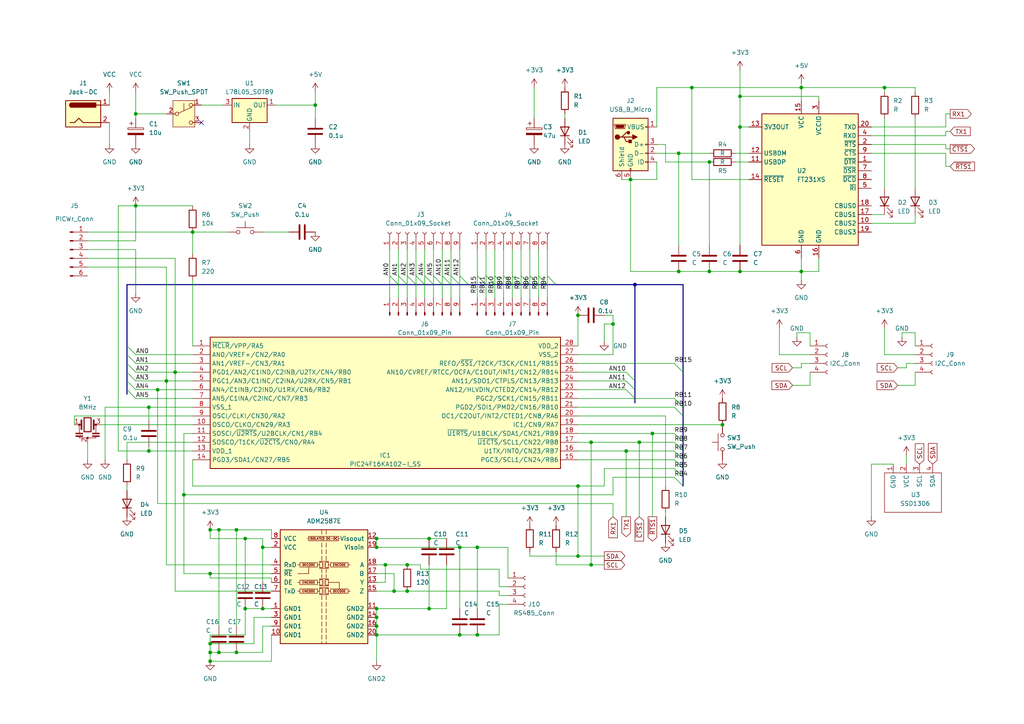
<source format=kicad_sch>
(kicad_sch (version 20230121) (generator eeschema)
  (paper "A4")
  (junction (at 109.22 156.21))
  (junction (at 60.96 166.37))
  (junction (at 214.63 27.94))
  (junction (at 111.76 163.83))
  (junction (at 214.63 78.74))
  (junction (at 48.26 110.49))
  (junction (at 76.2 176.53))
  (junction (at 205.74 78.74))
  (junction (at 55.88 67.31))
  (junction (at 185.42 128.27))
  (junction (at 205.74 46.99))
  (junction (at 232.41 25.4))
  (junction (at 76.2 158.75))
  (junction (at 189.23 125.73))
  (junction (at 71.12 156.21))
  (junction (at 256.54 25.4))
  (junction (at 196.85 78.74))
  (junction (at 209.55 123.19))
  (junction (at 133.35 158.75))
  (junction (at 171.45 128.27))
  (junction (at 124.46 156.21))
  (junction (at 167.64 161.29))
  (junction (at 138.43 184.15))
  (junction (at 71.12 176.53))
  (junction (at 181.61 130.81))
  (junction (at 68.58 153.67))
  (junction (at 68.58 189.23))
  (junction (at 60.96 189.23))
  (junction (at 214.63 36.83))
  (junction (at 182.88 52.07))
  (junction (at 43.18 130.81))
  (junction (at 45.72 113.03))
  (junction (at 63.5 189.23))
  (junction (at 171.45 163.83))
  (junction (at 114.3 171.45))
  (junction (at 60.96 191.77))
  (junction (at 109.22 184.15))
  (junction (at 39.37 59.69))
  (junction (at 50.8 107.95))
  (junction (at 196.85 44.45))
  (junction (at 232.41 78.74))
  (junction (at 133.35 184.15))
  (junction (at 184.15 82.55))
  (junction (at 109.22 176.53))
  (junction (at 177.8 93.98))
  (junction (at 91.44 30.48))
  (junction (at 118.11 171.45))
  (junction (at 167.64 140.97))
  (junction (at 39.37 33.02))
  (junction (at 60.96 153.67))
  (junction (at 60.96 186.69))
  (junction (at 124.46 176.53))
  (junction (at 118.11 163.83))
  (junction (at 109.22 158.75))
  (junction (at 138.43 158.75))
  (junction (at 53.34 143.51))
  (junction (at 63.5 153.67))
  (junction (at 109.22 179.07))
  (junction (at 43.18 118.11))
  (junction (at 200.66 25.4))
  (junction (at 167.64 91.44))
  (junction (at 109.22 181.61))
  (no_connect (at 58.42 35.56))
  (bus_entry (at 195.58 115.57) (size 2.54 2.54))
  (bus_entry (at 123.19 80.01) (size 2.54 2.54))
  (bus_entry (at 118.11 80.01) (size 2.54 2.54))
  (bus_entry (at 158.75 80.01) (size 2.54 2.54))
  (bus_entry (at 181.61 110.49) (size 2.54 2.54))
  (bus_entry (at 195.58 128.27) (size 2.54 2.54))
  (bus_entry (at 140.97 80.01) (size 2.54 2.54))
  (bus_entry (at 151.13 80.01) (size 2.54 2.54))
  (bus_entry (at 181.61 113.03) (size 2.54 2.54))
  (bus_entry (at 113.03 80.01) (size 2.54 2.54))
  (bus_entry (at 148.59 80.01) (size 2.54 2.54))
  (bus_entry (at 146.05 80.01) (size 2.54 2.54))
  (bus_entry (at 133.35 80.01) (size 2.54 2.54))
  (bus_entry (at 195.58 133.35) (size 2.54 2.54))
  (bus_entry (at 156.21 80.01) (size 2.54 2.54))
  (bus_entry (at 125.73 80.01) (size 2.54 2.54))
  (bus_entry (at 36.83 113.03) (size 2.54 2.54))
  (bus_entry (at 138.43 80.01) (size 2.54 2.54))
  (bus_entry (at 195.58 125.73) (size 2.54 2.54))
  (bus_entry (at 128.27 80.01) (size 2.54 2.54))
  (bus_entry (at 195.58 130.81) (size 2.54 2.54))
  (bus_entry (at 195.58 118.11) (size 2.54 2.54))
  (bus_entry (at 36.83 110.49) (size 2.54 2.54))
  (bus_entry (at 36.83 105.41) (size 2.54 2.54))
  (bus_entry (at 195.58 138.43) (size 2.54 2.54))
  (bus_entry (at 120.65 80.01) (size 2.54 2.54))
  (bus_entry (at 181.61 107.95) (size 2.54 2.54))
  (bus_entry (at 130.81 80.01) (size 2.54 2.54))
  (bus_entry (at 36.83 100.33) (size 2.54 2.54))
  (bus_entry (at 153.67 80.01) (size 2.54 2.54))
  (bus_entry (at 115.57 80.01) (size 2.54 2.54))
  (bus_entry (at 143.51 80.01) (size 2.54 2.54))
  (bus_entry (at 36.83 102.87) (size 2.54 2.54))
  (bus_entry (at 36.83 107.95) (size 2.54 2.54))
  (bus_entry (at 195.58 135.89) (size 2.54 2.54))
  (bus_entry (at 195.58 105.41) (size 2.54 2.54))
  (wire (pts (xy 76.2 158.75) (xy 76.2 168.91)))
  (bus (pts (xy 198.12 120.65) (xy 198.12 128.27)))
  (wire (pts (xy 109.22 163.83) (xy 111.76 163.83)))
  (bus (pts (xy 36.83 114.3) (xy 36.83 113.03)))
  (wire (pts (xy 144.78 175.26) (xy 147.32 175.26)))
  (wire (pts (xy 265.43 25.4) (xy 265.43 26.67)))
  (wire (pts (xy 175.26 135.89) (xy 195.58 135.89)))
  (wire (pts (xy 123.19 82.55) (xy 123.19 86.36)))
  (wire (pts (xy 167.64 125.73) (xy 189.23 125.73)))
  (wire (pts (xy 68.58 189.23) (xy 76.2 189.23)))
  (bus (pts (xy 184.15 115.57) (xy 184.15 116.84)))
  (bus (pts (xy 184.15 82.55) (xy 184.15 110.49)))
  (wire (pts (xy 111.76 168.91) (xy 109.22 168.91)))
  (wire (pts (xy 36.83 142.24) (xy 36.83 140.97)))
  (bus (pts (xy 151.13 82.55) (xy 153.67 82.55)))
  (wire (pts (xy 213.36 46.99) (xy 217.17 46.99)))
  (wire (pts (xy 53.34 143.51) (xy 177.8 143.51)))
  (bus (pts (xy 184.15 110.49) (xy 184.15 113.03)))
  (wire (pts (xy 196.85 44.45) (xy 205.74 44.45)))
  (wire (pts (xy 167.64 128.27) (xy 171.45 128.27)))
  (bus (pts (xy 161.29 82.55) (xy 184.15 82.55)))
  (wire (pts (xy 109.22 166.37) (xy 114.3 166.37)))
  (bus (pts (xy 198.12 138.43) (xy 198.12 140.97)))
  (wire (pts (xy 167.64 120.65) (xy 193.04 120.65)))
  (wire (pts (xy 261.62 96.52) (xy 261.62 97.79)))
  (wire (pts (xy 109.22 179.07) (xy 109.22 181.61)))
  (wire (pts (xy 144.78 184.15) (xy 144.78 175.26)))
  (wire (pts (xy 167.64 140.97) (xy 167.64 161.29)))
  (wire (pts (xy 129.54 163.83) (xy 129.54 176.53)))
  (wire (pts (xy 265.43 96.52) (xy 265.43 100.33)))
  (bus (pts (xy 130.81 82.55) (xy 133.35 82.55)))
  (wire (pts (xy 144.78 170.18) (xy 147.32 170.18)))
  (wire (pts (xy 55.88 81.28) (xy 55.88 100.33)))
  (wire (pts (xy 124.46 176.53) (xy 129.54 176.53)))
  (wire (pts (xy 265.43 34.29) (xy 265.43 54.61)))
  (wire (pts (xy 196.85 44.45) (xy 196.85 71.12)))
  (wire (pts (xy 274.32 36.83) (xy 252.73 36.83)))
  (wire (pts (xy 193.04 120.65) (xy 193.04 140.97)))
  (wire (pts (xy 71.12 176.53) (xy 76.2 176.53)))
  (wire (pts (xy 274.32 43.18) (xy 275.59 43.18)))
  (wire (pts (xy 133.35 158.75) (xy 138.43 158.75)))
  (wire (pts (xy 163.83 34.29) (xy 163.83 33.02)))
  (wire (pts (xy 140.97 82.55) (xy 140.97 86.36)))
  (wire (pts (xy 36.83 128.27) (xy 36.83 133.35)))
  (wire (pts (xy 133.35 80.01) (xy 133.35 82.55)))
  (wire (pts (xy 76.2 176.53) (xy 78.74 176.53)))
  (wire (pts (xy 151.13 82.55) (xy 151.13 86.36)))
  (wire (pts (xy 39.37 72.39) (xy 25.4 72.39)))
  (wire (pts (xy 171.45 128.27) (xy 171.45 163.83)))
  (wire (pts (xy 156.21 82.55) (xy 156.21 86.36)))
  (wire (pts (xy 153.67 82.55) (xy 153.67 86.36)))
  (wire (pts (xy 153.67 160.02) (xy 153.67 161.29)))
  (wire (pts (xy 177.8 91.44) (xy 177.8 93.98)))
  (wire (pts (xy 138.43 80.01) (xy 138.43 86.36)))
  (wire (pts (xy 189.23 125.73) (xy 195.58 125.73)))
  (wire (pts (xy 167.64 110.49) (xy 181.61 110.49)))
  (wire (pts (xy 91.44 30.48) (xy 91.44 34.29)))
  (wire (pts (xy 124.46 163.83) (xy 124.46 176.53)))
  (wire (pts (xy 68.58 153.67) (xy 68.58 181.61)))
  (wire (pts (xy 147.32 158.75) (xy 147.32 167.64)))
  (wire (pts (xy 30.48 133.35) (xy 30.48 118.11)))
  (wire (pts (xy 237.49 74.93) (xy 237.49 78.74)))
  (wire (pts (xy 146.05 82.55) (xy 146.05 86.36)))
  (wire (pts (xy 130.81 72.39) (xy 130.81 80.01)))
  (wire (pts (xy 214.63 27.94) (xy 237.49 27.94)))
  (wire (pts (xy 262.89 106.68) (xy 262.89 105.41)))
  (wire (pts (xy 232.41 24.13) (xy 232.41 25.4)))
  (wire (pts (xy 39.37 85.09) (xy 39.37 72.39)))
  (wire (pts (xy 190.5 36.83) (xy 190.5 25.4)))
  (wire (pts (xy 193.04 46.99) (xy 205.74 46.99)))
  (wire (pts (xy 118.11 72.39) (xy 118.11 80.01)))
  (wire (pts (xy 121.92 165.1) (xy 144.78 165.1)))
  (wire (pts (xy 130.81 80.01) (xy 130.81 82.55)))
  (wire (pts (xy 262.89 105.41) (xy 265.43 105.41)))
  (wire (pts (xy 177.8 138.43) (xy 195.58 138.43)))
  (wire (pts (xy 274.32 33.02) (xy 274.32 36.83)))
  (wire (pts (xy 60.96 167.64) (xy 78.74 167.64)))
  (wire (pts (xy 48.26 110.49) (xy 55.88 110.49)))
  (wire (pts (xy 120.65 82.55) (xy 120.65 86.36)))
  (wire (pts (xy 43.18 121.92) (xy 43.18 118.11)))
  (wire (pts (xy 43.18 130.81) (xy 55.88 130.81)))
  (wire (pts (xy 274.32 48.26) (xy 274.32 44.45)))
  (wire (pts (xy 118.11 171.45) (xy 144.78 171.45)))
  (wire (pts (xy 114.3 171.45) (xy 118.11 171.45)))
  (wire (pts (xy 190.5 25.4) (xy 200.66 25.4)))
  (wire (pts (xy 113.03 72.39) (xy 113.03 80.01)))
  (wire (pts (xy 78.74 171.45) (xy 50.8 171.45)))
  (wire (pts (xy 167.64 113.03) (xy 181.61 113.03)))
  (wire (pts (xy 158.75 82.55) (xy 158.75 86.36)))
  (wire (pts (xy 252.73 64.77) (xy 265.43 64.77)))
  (wire (pts (xy 76.2 67.31) (xy 83.82 67.31)))
  (wire (pts (xy 39.37 110.49) (xy 48.26 110.49)))
  (wire (pts (xy 115.57 80.01) (xy 115.57 82.55)))
  (wire (pts (xy 109.22 181.61) (xy 109.22 184.15)))
  (wire (pts (xy 185.42 128.27) (xy 185.42 149.86)))
  (wire (pts (xy 109.22 158.75) (xy 133.35 158.75)))
  (wire (pts (xy 21.59 120.65) (xy 21.59 123.19)))
  (wire (pts (xy 55.88 120.65) (xy 21.59 120.65)))
  (wire (pts (xy 60.96 186.69) (xy 60.96 189.23)))
  (wire (pts (xy 167.64 115.57) (xy 184.15 115.57)))
  (wire (pts (xy 76.2 156.21) (xy 71.12 156.21)))
  (bus (pts (xy 123.19 82.55) (xy 125.73 82.55)))
  (wire (pts (xy 214.63 36.83) (xy 217.17 36.83)))
  (wire (pts (xy 274.32 38.1) (xy 275.59 38.1)))
  (wire (pts (xy 123.19 72.39) (xy 123.19 80.01)))
  (bus (pts (xy 120.65 82.55) (xy 123.19 82.55)))
  (wire (pts (xy 214.63 78.74) (xy 232.41 78.74)))
  (wire (pts (xy 78.74 167.64) (xy 78.74 168.91)))
  (bus (pts (xy 140.97 82.55) (xy 143.51 82.55)))
  (wire (pts (xy 274.32 44.45) (xy 252.73 44.45)))
  (bus (pts (xy 36.83 100.33) (xy 36.83 82.55)))
  (wire (pts (xy 109.22 176.53) (xy 124.46 176.53)))
  (wire (pts (xy 39.37 26.67) (xy 39.37 33.02)))
  (bus (pts (xy 148.59 82.55) (xy 151.13 82.55)))
  (wire (pts (xy 148.59 82.55) (xy 148.59 86.36)))
  (wire (pts (xy 260.35 111.76) (xy 265.43 111.76)))
  (bus (pts (xy 198.12 82.55) (xy 198.12 107.95)))
  (wire (pts (xy 34.29 59.69) (xy 34.29 130.81)))
  (wire (pts (xy 143.51 82.55) (xy 143.51 86.36)))
  (bus (pts (xy 36.83 82.55) (xy 115.57 82.55)))
  (wire (pts (xy 109.22 191.77) (xy 109.22 184.15)))
  (bus (pts (xy 36.83 107.95) (xy 36.83 105.41)))
  (wire (pts (xy 232.41 105.41) (xy 234.95 105.41)))
  (wire (pts (xy 109.22 171.45) (xy 114.3 171.45)))
  (wire (pts (xy 50.8 107.95) (xy 50.8 74.93)))
  (wire (pts (xy 39.37 33.02) (xy 39.37 34.29)))
  (wire (pts (xy 43.18 118.11) (xy 55.88 118.11)))
  (wire (pts (xy 39.37 59.69) (xy 55.88 59.69)))
  (wire (pts (xy 39.37 113.03) (xy 45.72 113.03)))
  (wire (pts (xy 256.54 102.87) (xy 265.43 102.87)))
  (wire (pts (xy 274.32 38.1) (xy 274.32 39.37)))
  (wire (pts (xy 111.76 163.83) (xy 111.76 168.91)))
  (wire (pts (xy 45.72 113.03) (xy 55.88 113.03)))
  (wire (pts (xy 60.96 153.67) (xy 60.96 156.21)))
  (wire (pts (xy 161.29 163.83) (xy 171.45 163.83)))
  (bus (pts (xy 146.05 82.55) (xy 148.59 82.55)))
  (wire (pts (xy 143.51 80.01) (xy 143.51 82.55)))
  (wire (pts (xy 177.8 146.05) (xy 177.8 149.86)))
  (wire (pts (xy 148.59 80.01) (xy 148.59 82.55)))
  (wire (pts (xy 39.37 115.57) (xy 55.88 115.57)))
  (wire (pts (xy 55.88 140.97) (xy 167.64 140.97)))
  (wire (pts (xy 55.88 128.27) (xy 36.83 128.27)))
  (wire (pts (xy 261.62 96.52) (xy 265.43 96.52)))
  (wire (pts (xy 196.85 78.74) (xy 205.74 78.74)))
  (wire (pts (xy 232.41 106.68) (xy 232.41 105.41)))
  (wire (pts (xy 55.88 67.31) (xy 66.04 67.31)))
  (wire (pts (xy 153.67 72.39) (xy 153.67 80.01)))
  (wire (pts (xy 185.42 128.27) (xy 195.58 128.27)))
  (wire (pts (xy 58.42 30.48) (xy 64.77 30.48)))
  (wire (pts (xy 39.37 107.95) (xy 50.8 107.95)))
  (wire (pts (xy 53.34 166.37) (xy 60.96 166.37)))
  (wire (pts (xy 109.22 176.53) (xy 109.22 179.07)))
  (wire (pts (xy 118.11 82.55) (xy 118.11 86.36)))
  (wire (pts (xy 115.57 82.55) (xy 115.57 86.36)))
  (wire (pts (xy 182.88 52.07) (xy 182.88 78.74)))
  (bus (pts (xy 36.83 102.87) (xy 36.83 100.33)))
  (wire (pts (xy 63.5 153.67) (xy 68.58 153.67)))
  (wire (pts (xy 76.2 156.21) (xy 76.2 158.75)))
  (wire (pts (xy 262.89 106.68) (xy 260.35 106.68)))
  (wire (pts (xy 50.8 74.93) (xy 25.4 74.93)))
  (wire (pts (xy 121.92 163.83) (xy 121.92 165.1)))
  (bus (pts (xy 158.75 82.55) (xy 161.29 82.55)))
  (wire (pts (xy 214.63 20.32) (xy 214.63 27.94)))
  (wire (pts (xy 167.64 140.97) (xy 175.26 140.97)))
  (bus (pts (xy 198.12 128.27) (xy 198.12 130.81)))
  (wire (pts (xy 144.78 165.1) (xy 144.78 170.18)))
  (wire (pts (xy 143.51 72.39) (xy 143.51 80.01)))
  (wire (pts (xy 133.35 158.75) (xy 133.35 176.53)))
  (wire (pts (xy 71.12 156.21) (xy 60.96 156.21)))
  (bus (pts (xy 128.27 82.55) (xy 130.81 82.55)))
  (wire (pts (xy 231.14 96.52) (xy 231.14 97.79)))
  (wire (pts (xy 68.58 153.67) (xy 78.74 153.67)))
  (wire (pts (xy 39.37 59.69) (xy 39.37 69.85)))
  (wire (pts (xy 73.66 186.69) (xy 73.66 179.07)))
  (wire (pts (xy 128.27 80.01) (xy 128.27 82.55)))
  (wire (pts (xy 120.65 72.39) (xy 120.65 80.01)))
  (wire (pts (xy 167.64 123.19) (xy 209.55 123.19)))
  (wire (pts (xy 262.89 132.08) (xy 262.89 134.62)))
  (wire (pts (xy 39.37 69.85) (xy 25.4 69.85)))
  (wire (pts (xy 234.95 96.52) (xy 234.95 100.33)))
  (wire (pts (xy 274.32 33.02) (xy 275.59 33.02)))
  (wire (pts (xy 29.21 123.19) (xy 55.88 123.19)))
  (wire (pts (xy 177.8 93.98) (xy 177.8 102.87)))
  (wire (pts (xy 200.66 52.07) (xy 217.17 52.07)))
  (wire (pts (xy 60.96 189.23) (xy 63.5 189.23)))
  (wire (pts (xy 140.97 72.39) (xy 140.97 80.01)))
  (wire (pts (xy 125.73 80.01) (xy 125.73 82.55)))
  (wire (pts (xy 60.96 167.64) (xy 60.96 166.37)))
  (wire (pts (xy 45.72 146.05) (xy 177.8 146.05)))
  (bus (pts (xy 198.12 107.95) (xy 198.12 118.11)))
  (wire (pts (xy 39.37 33.02) (xy 48.26 33.02)))
  (bus (pts (xy 198.12 130.81) (xy 198.12 133.35)))
  (wire (pts (xy 43.18 129.54) (xy 43.18 130.81)))
  (bus (pts (xy 125.73 82.55) (xy 128.27 82.55)))
  (wire (pts (xy 78.74 163.83) (xy 48.26 163.83)))
  (wire (pts (xy 205.74 78.74) (xy 214.63 78.74)))
  (bus (pts (xy 156.21 82.55) (xy 158.75 82.55)))
  (wire (pts (xy 146.05 72.39) (xy 146.05 80.01)))
  (bus (pts (xy 36.83 113.03) (xy 36.83 110.49)))
  (wire (pts (xy 265.43 111.76) (xy 265.43 107.95)))
  (wire (pts (xy 39.37 105.41) (xy 55.88 105.41)))
  (wire (pts (xy 115.57 72.39) (xy 115.57 80.01)))
  (wire (pts (xy 237.49 29.21) (xy 237.49 27.94)))
  (wire (pts (xy 60.96 184.15) (xy 71.12 184.15)))
  (wire (pts (xy 34.29 59.69) (xy 39.37 59.69)))
  (wire (pts (xy 73.66 179.07) (xy 78.74 179.07)))
  (wire (pts (xy 138.43 158.75) (xy 147.32 158.75)))
  (wire (pts (xy 71.12 156.21) (xy 71.12 168.91)))
  (wire (pts (xy 146.05 80.01) (xy 146.05 82.55)))
  (wire (pts (xy 232.41 78.74) (xy 237.49 78.74)))
  (wire (pts (xy 189.23 125.73) (xy 189.23 149.86)))
  (wire (pts (xy 177.8 91.44) (xy 175.26 91.44)))
  (wire (pts (xy 55.88 125.73) (xy 53.34 125.73)))
  (wire (pts (xy 118.11 80.01) (xy 118.11 82.55)))
  (wire (pts (xy 161.29 160.02) (xy 161.29 163.83)))
  (wire (pts (xy 175.26 99.06) (xy 175.26 93.98)))
  (wire (pts (xy 25.4 67.31) (xy 55.88 67.31)))
  (wire (pts (xy 53.34 125.73) (xy 53.34 143.51)))
  (wire (pts (xy 76.2 181.61) (xy 78.74 181.61)))
  (wire (pts (xy 274.32 48.26) (xy 275.59 48.26)))
  (wire (pts (xy 50.8 107.95) (xy 55.88 107.95)))
  (wire (pts (xy 133.35 82.55) (xy 133.35 86.36)))
  (wire (pts (xy 118.11 163.83) (xy 121.92 163.83)))
  (wire (pts (xy 167.64 118.11) (xy 195.58 118.11)))
  (wire (pts (xy 25.4 133.35) (xy 25.4 128.27)))
  (bus (pts (xy 153.67 82.55) (xy 156.21 82.55)))
  (wire (pts (xy 153.67 80.01) (xy 153.67 82.55)))
  (wire (pts (xy 55.88 67.31) (xy 55.88 73.66)))
  (wire (pts (xy 232.41 25.4) (xy 232.41 29.21)))
  (wire (pts (xy 171.45 163.83) (xy 175.26 163.83)))
  (wire (pts (xy 72.39 41.91) (xy 72.39 38.1)))
  (bus (pts (xy 184.15 113.03) (xy 184.15 115.57)))
  (wire (pts (xy 265.43 64.77) (xy 265.43 62.23)))
  (wire (pts (xy 175.26 93.98) (xy 177.8 93.98)))
  (wire (pts (xy 274.32 41.91) (xy 252.73 41.91)))
  (wire (pts (xy 167.64 107.95) (xy 181.61 107.95)))
  (wire (pts (xy 158.75 72.39) (xy 158.75 80.01)))
  (wire (pts (xy 167.64 105.41) (xy 195.58 105.41)))
  (wire (pts (xy 63.5 181.61) (xy 63.5 153.67)))
  (wire (pts (xy 193.04 41.91) (xy 193.04 46.99)))
  (wire (pts (xy 232.41 74.93) (xy 232.41 78.74)))
  (wire (pts (xy 256.54 25.4) (xy 256.54 26.67)))
  (wire (pts (xy 171.45 128.27) (xy 185.42 128.27)))
  (wire (pts (xy 184.15 115.57) (xy 195.58 115.57)))
  (wire (pts (xy 151.13 80.01) (xy 151.13 82.55)))
  (wire (pts (xy 76.2 189.23) (xy 76.2 181.61)))
  (wire (pts (xy 190.5 41.91) (xy 193.04 41.91)))
  (bus (pts (xy 198.12 133.35) (xy 198.12 135.89)))
  (wire (pts (xy 167.64 91.44) (xy 167.64 100.33)))
  (bus (pts (xy 36.83 110.49) (xy 36.83 107.95)))
  (wire (pts (xy 124.46 156.21) (xy 129.54 156.21)))
  (wire (pts (xy 133.35 72.39) (xy 133.35 80.01)))
  (wire (pts (xy 60.96 184.15) (xy 60.96 186.69)))
  (bus (pts (xy 198.12 118.11) (xy 198.12 120.65)))
  (wire (pts (xy 167.64 130.81) (xy 181.61 130.81)))
  (wire (pts (xy 140.97 80.01) (xy 140.97 82.55)))
  (wire (pts (xy 153.67 161.29) (xy 167.64 161.29)))
  (wire (pts (xy 78.74 191.77) (xy 78.74 184.15)))
  (bus (pts (xy 143.51 82.55) (xy 146.05 82.55)))
  (wire (pts (xy 53.34 143.51) (xy 53.34 166.37)))
  (bus (pts (xy 135.89 82.55) (xy 140.97 82.55)))
  (wire (pts (xy 31.75 35.56) (xy 31.75 41.91)))
  (wire (pts (xy 177.8 143.51) (xy 177.8 138.43)))
  (wire (pts (xy 167.64 161.29) (xy 175.26 161.29)))
  (wire (pts (xy 144.78 172.72) (xy 147.32 172.72)))
  (wire (pts (xy 60.96 189.23) (xy 60.96 191.77)))
  (wire (pts (xy 109.22 156.21) (xy 109.22 158.75)))
  (wire (pts (xy 48.26 77.47) (xy 48.26 110.49)))
  (wire (pts (xy 193.04 149.86) (xy 193.04 148.59)))
  (wire (pts (xy 111.76 163.83) (xy 118.11 163.83)))
  (wire (pts (xy 25.4 77.47) (xy 48.26 77.47)))
  (wire (pts (xy 71.12 184.15) (xy 71.12 176.53)))
  (wire (pts (xy 232.41 25.4) (xy 256.54 25.4)))
  (wire (pts (xy 113.03 80.01) (xy 113.03 86.36)))
  (wire (pts (xy 213.36 44.45) (xy 217.17 44.45)))
  (wire (pts (xy 214.63 36.83) (xy 214.63 71.12)))
  (wire (pts (xy 156.21 80.01) (xy 156.21 82.55)))
  (wire (pts (xy 125.73 82.55) (xy 125.73 86.36)))
  (wire (pts (xy 154.94 25.4) (xy 154.94 34.29)))
  (wire (pts (xy 156.21 72.39) (xy 156.21 80.01)))
  (wire (pts (xy 60.96 153.67) (xy 63.5 153.67)))
  (bus (pts (xy 118.11 82.55) (xy 120.65 82.55)))
  (wire (pts (xy 144.78 171.45) (xy 144.78 172.72)))
  (wire (pts (xy 148.59 72.39) (xy 148.59 80.01)))
  (wire (pts (xy 120.65 80.01) (xy 120.65 82.55)))
  (wire (pts (xy 167.64 102.87) (xy 177.8 102.87)))
  (wire (pts (xy 190.5 52.07) (xy 182.88 52.07)))
  (bus (pts (xy 115.57 82.55) (xy 118.11 82.55)))
  (wire (pts (xy 274.32 39.37) (xy 252.73 39.37)))
  (wire (pts (xy 45.72 113.03) (xy 45.72 146.05)))
  (wire (pts (xy 123.19 80.01) (xy 123.19 82.55)))
  (wire (pts (xy 256.54 95.25) (xy 256.54 102.87)))
  (wire (pts (xy 60.96 191.77) (xy 78.74 191.77)))
  (bus (pts (xy 133.35 82.55) (xy 135.89 82.55)))
  (wire (pts (xy 138.43 158.75) (xy 138.43 176.53)))
  (wire (pts (xy 39.37 102.87) (xy 55.88 102.87)))
  (wire (pts (xy 128.27 82.55) (xy 128.27 86.36)))
  (wire (pts (xy 63.5 189.23) (xy 68.58 189.23)))
  (wire (pts (xy 252.73 62.23) (xy 256.54 62.23)))
  (wire (pts (xy 109.22 156.21) (xy 124.46 156.21)))
  (wire (pts (xy 205.74 46.99) (xy 205.74 71.12)))
  (bus (pts (xy 198.12 82.55) (xy 184.15 82.55)))
  (wire (pts (xy 130.81 82.55) (xy 130.81 86.36)))
  (wire (pts (xy 231.14 96.52) (xy 234.95 96.52)))
  (wire (pts (xy 232.41 78.74) (xy 232.41 81.28)))
  (wire (pts (xy 274.32 43.18) (xy 274.32 41.91)))
  (wire (pts (xy 138.43 72.39) (xy 138.43 80.01)))
  (wire (pts (xy 190.5 46.99) (xy 190.5 52.07)))
  (wire (pts (xy 226.06 95.25) (xy 226.06 102.87)))
  (wire (pts (xy 151.13 72.39) (xy 151.13 80.01)))
  (wire (pts (xy 180.34 52.07) (xy 182.88 52.07)))
  (wire (pts (xy 252.73 134.62) (xy 259.08 134.62)))
  (wire (pts (xy 60.96 186.69) (xy 73.66 186.69)))
  (wire (pts (xy 91.44 26.67) (xy 91.44 30.48)))
  (wire (pts (xy 80.01 30.48) (xy 91.44 30.48)))
  (wire (pts (xy 34.29 130.81) (xy 43.18 130.81)))
  (wire (pts (xy 158.75 80.01) (xy 158.75 82.55)))
  (wire (pts (xy 31.75 26.67) (xy 31.75 30.48)))
  (bus (pts (xy 198.12 135.89) (xy 198.12 138.43)))
  (wire (pts (xy 181.61 130.81) (xy 181.61 149.86)))
  (wire (pts (xy 200.66 25.4) (xy 200.66 52.07)))
  (wire (pts (xy 256.54 34.29) (xy 256.54 54.61)))
  (wire (pts (xy 128.27 72.39) (xy 128.27 80.01)))
  (wire (pts (xy 181.61 130.81) (xy 195.58 130.81)))
  (wire (pts (xy 109.22 184.15) (xy 133.35 184.15)))
  (wire (pts (xy 30.48 118.11) (xy 43.18 118.11)))
  (wire (pts (xy 214.63 27.94) (xy 214.63 36.83)))
  (bus (pts (xy 36.83 105.41) (xy 36.83 102.87)))
  (wire (pts (xy 125.73 72.39) (xy 125.73 80.01)))
  (wire (pts (xy 50.8 171.45) (xy 50.8 107.95)))
  (wire (pts (xy 76.2 158.75) (xy 78.74 158.75)))
  (wire (pts (xy 60.96 166.37) (xy 78.74 166.37)))
  (wire (pts (xy 78.74 153.67) (xy 78.74 156.21)))
  (wire (pts (xy 138.43 184.15) (xy 144.78 184.15)))
  (wire (pts (xy 190.5 44.45) (xy 196.85 44.45)))
  (wire (pts (xy 232.41 106.68) (xy 229.87 106.68)))
  (wire (pts (xy 48.26 163.83) (xy 48.26 110.49)))
  (wire (pts (xy 200.66 25.4) (xy 232.41 25.4)))
  (wire (pts (xy 167.64 133.35) (xy 195.58 133.35)))
  (wire (pts (xy 229.87 111.76) (xy 234.95 111.76)))
  (wire (pts (xy 55.88 140.97) (xy 55.88 133.35)))
  (wire (pts (xy 175.26 140.97) (xy 175.26 135.89)))
  (wire (pts (xy 252.73 149.86) (xy 252.73 134.62)))
  (wire (pts (xy 256.54 25.4) (xy 265.43 25.4)))
  (wire (pts (xy 114.3 166.37) (xy 114.3 171.45)))
  (wire (pts (xy 133.35 184.15) (xy 138.43 184.15)))
  (wire (pts (xy 226.06 102.87) (xy 234.95 102.87)))
  (wire (pts (xy 182.88 78.74) (xy 196.85 78.74)))
  (wire (pts (xy 234.95 111.76) (xy 234.95 107.95)))
  (label "AN12" (at 176.53 113.03 0))
  (label "AN3" (at 120.65 80.01 90))
  (label "RB7" (at 195.58 130.81 0))
  (label "RB11" (at 140.97 80.01 270))
  (label "RB15" (at 138.43 80.01 270))
  (label "RB10" (at 143.51 80.01 270))
  (label "AN0" (at 113.03 80.01 90))
  (label "RB9" (at 146.05 80.01 270))
  (label "RB11" (at 195.58 115.57 0))
  (label "RB5" (at 156.21 80.01 270))
  (label "RB6" (at 195.58 133.35 0))
  (label "AN10" (at 128.27 80.01 90))
  (label "RB8" (at 195.58 128.27 0))
  (label "RB6" (at 153.67 80.01 270))
  (label "AN4" (at 39.37 113.03 0))
  (label "AN12" (at 133.35 80.01 90))
  (label "RB4" (at 195.58 138.43 0))
  (label "AN5" (at 125.73 80.01 90))
  (label "AN4" (at 123.19 80.01 90))
  (label "RB8" (at 148.59 80.01 270))
  (label "AN2" (at 39.37 107.95 0))
  (label "RB7" (at 151.13 80.01 270))
  (label "AN5" (at 39.37 115.57 0))
  (label "RB10" (at 195.58 118.11 0))
  (label "AN1" (at 39.37 105.41 0))
  (label "AN11" (at 176.53 110.49 0))
  (label "AN10" (at 176.53 107.95 0))
  (label "RB5" (at 195.58 135.89 0))
  (label "AN2" (at 118.11 80.01 90))
  (label "RB9" (at 195.58 125.73 0))
  (label "AN11" (at 130.81 80.01 90))
  (label "RB15" (at 195.58 105.41 0))
  (label "AN3" (at 39.37 110.49 0))
  (label "RB4" (at 158.75 80.01 270))
  (label "AN1" (at 115.57 80.01 90))
  (label "AN0" (at 39.37 102.87 0))
  (global_label "SCL" (shape input) (at 266.7 134.62 90) (property "Intersheetrefs" "${INTERSHEET_REFS}" (effects hide)))
  (global_label "SDA" (shape input) (at 270.51 134.62 90) (property "Intersheetrefs" "${INTERSHEET_REFS}" (effects hide)))
  (global_label "~{RTS1}" (shape input) (at 275.59 48.26 0) (property "Intersheetrefs" "${INTERSHEET_REFS}" (effects hide)))
  (global_label "SCL" (shape input) (at 260.35 106.68 180) (property "Intersheetrefs" "${INTERSHEET_REFS}" (effects hide)))
  (global_label "SDA" (shape input) (at 229.87 111.76 180) (property "Intersheetrefs" "${INTERSHEET_REFS}" (effects hide)))
  (global_label "RX1" (shape output) (at 275.59 33.02 0) (property "Intersheetrefs" "${INTERSHEET_REFS}" (effects hide)))
  (global_label "SDA" (shape output) (at 175.26 161.29 0) (property "Intersheetrefs" "${INTERSHEET_REFS}" (effects hide)))
  (global_label "SDA" (shape input) (at 260.35 111.76 180) (property "Intersheetrefs" "${INTERSHEET_REFS}" (effects hide)))
  (global_label "~{CTS1}" (shape output) (at 275.59 43.18 0) (property "Intersheetrefs" "${INTERSHEET_REFS}" (effects hide)))
  (global_label "SCL" (shape input) (at 229.87 106.68 180) (property "Intersheetrefs" "${INTERSHEET_REFS}" (effects hide)))
  (global_label "SCL" (shape output) (at 175.26 163.83 0) (property "Intersheetrefs" "${INTERSHEET_REFS}" (effects hide)))
  (global_label "TX1" (shape output) (at 181.61 149.86 270) (property "Intersheetrefs" "${INTERSHEET_REFS}" (effects hide)))
  (global_label "RX1" (shape input) (at 177.8 149.86 270) (property "Intersheetrefs" "${INTERSHEET_REFS}" (effects hide)))
  (global_label "TX1" (shape input) (at 275.59 38.1 0) (property "Intersheetrefs" "${INTERSHEET_REFS}" (effects hide)))
  (global_label "~{RTS1}" (shape output) (at 189.23 149.86 270) (property "Intersheetrefs" "${INTERSHEET_REFS}" (effects hide)))
  (global_label "~{CTS1}" (shape input) (at 185.42 149.86 270) (property "Intersheetrefs" "${INTERSHEET_REFS}" (effects hide)))
  (symbol (lib_id "power:GND") (at 39.37 85.09 0) (unit 1)
    (property "Reference" "#PWR017" (effects hide))
    (property "Value" "GND" (at 39.37 90.17 0))
  )
  (symbol (lib_id "New_Library:mySSD1306") (at 264.16 140.97 0) (unit 1)
    (property "Reference" "U3" (at 264.16 143.51 0) (effects (justify left)))
    (property "Value" "SSD1306" (at 265.43 146.05 0))
    (property "Footprint" "SSD1306:128x64OLED" (effects hide))
  )
  (symbol (lib_id "Device:R") (at 209.55 119.38 0) (unit 1)
    (property "Reference" "R8" (at 212.09 118.11 0) (effects (justify left)))
    (property "Value" "R" (at 212.09 120.65 0) (effects (justify left)))
  )
  (symbol (lib_id "Connector:Conn_01x06_Pin") (at 20.32 72.39 0) (unit 1)
    (property "Reference" "J5" (at 21.59 59.69 0))
    (property "Value" "PICWr_Conn" (at 21.59 63.5 0))
    (property "Footprint" "Connector_PinHeader_2.54mm:PinHeader_1x04_P2.54mm_Vertical" (effects hide))
  )
  (symbol (lib_id "Device:C") (at 171.45 91.44 270) (unit 1)
    (property "Reference" "C8" (at 176.53 87.63 90) (effects (justify right)))
    (property "Value" "0.1u" (at 177.8 90.17 90) (effects (justify right)))
    (property "Footprint" "Capacitor_SMD:C_0603_1608Metric" (effects hide))
  )
  (symbol (lib_id "Connector:Conn_01x09_Socket") (at 148.59 67.31 90) (unit 1)
    (property "Reference" "J4" (at 148.59 62.23 90) (effects (justify left)))
    (property "Value" "Conn_01x09_Socket" (at 156.21 64.77 90) (effects (justify left)))
  )
  (symbol (lib_id "Device:C") (at 43.18 125.73 180) (unit 1)
    (property "Reference" "C9" (at 35.56 124.46 0) (effects (justify right)))
    (property "Value" "0.1u" (at 35.56 127 0) (effects (justify right)))
    (property "Footprint" "Capacitor_SMD:C_0603_1608Metric" (effects hide))
  )
  (symbol (lib_id "Regulator_Linear:L78L05_SOT89") (at 72.39 30.48 0) (unit 1)
    (property "Reference" "U1" (at 72.39 24.13 0))
    (property "Value" "L78L05_SOT89" (at 72.39 26.67 0))
    (property "Footprint" "Package_TO_SOT_SMD:SOT-89-3" (effects hide))
    (property "Datasheet" "http://www.st.com/content/ccc/resource/technical/document/datasheet/15/55/e5/aa/23/5b/43/fd/CD00000446.pdf/files/CD00000446.pdf/jcr:content/translations/en.CD00000446.pdf" (effects hide))
  )
  (symbol (lib_id "Device:C") (at 76.2 172.72 0) (unit 1)
    (property "Reference" "C13" (at 73.66 170.18 0) (effects (justify left)))
    (property "Value" "C" (at 73.66 175.26 0) (effects (justify left)))
  )
  (symbol (lib_id "Device:C") (at 133.35 180.34 0) (unit 1)
    (property "Reference" "C14" (at 134.62 175.26 0) (effects (justify left)))
    (property "Value" "C" (at 134.62 177.8 0) (effects (justify left)))
  )
  (symbol (lib_id "power:+3V3") (at 153.67 152.4 0) (unit 1)
    (property "Reference" "#PWR031" (effects hide))
    (property "Value" "+3V3" (at 153.67 147.32 0))
  )
  (symbol (lib_id "Device:LED") (at 36.83 146.05 90) (unit 1)
    (property "Reference" "D4" (at 40.64 146.3675 90) (effects (justify right)))
    (property "Value" "LED" (at 40.64 148.9075 90) (effects (justify right)))
  )
  (symbol (lib_id "power:GND") (at 252.73 149.86 0) (unit 1)
    (property "Reference" "#PWR030" (effects hide))
    (property "Value" "GND" (at 252.73 154.94 0))
  )
  (symbol (lib_id "Device:R") (at 163.83 29.21 0) (unit 1)
    (property "Reference" "R1" (at 166.37 27.94 0) (effects (justify left)))
    (property "Value" "R" (at 166.37 30.48 0) (effects (justify left)))
  )
  (symbol (lib_id "power:VCC") (at 31.75 26.67 0) (unit 1)
    (property "Reference" "#PWR05" (effects hide))
    (property "Value" "VCC" (at 31.75 21.59 0))
  )
  (symbol (lib_id "Device:R") (at 209.55 46.99 90) (unit 1)
    (property "Reference" "R5" (at 209.55 49.53 90))
    (property "Value" "R" (at 209.55 46.99 90))
  )
  (symbol (lib_id "Interface_USB:FT231XS") (at 234.95 52.07 0) (unit 1)
    (property "Reference" "U2" (at 231.14 49.53 0) (effects (justify left)))
    (property "Value" "FT231XS" (at 231.14 52.07 0) (effects (justify left)))
    (property "Footprint" "Package_SO:SSOP-20_3.9x8.7mm_P0.635mm" (effects hide))
    (property "Datasheet" "https://www.ftdichip.com/Support/Documents/DataSheets/ICs/DS_FT231X.pdf" (effects hide))
  )
  (symbol (lib_id "power:+3V3") (at 167.64 91.44 0) (unit 1)
    (property "Reference" "#PWR018" (effects hide))
    (property "Value" "+3V3" (at 167.64 86.36 0))
  )
  (symbol (lib_id "Connector:Conn_01x04_Socket") (at 152.4 170.18 0) (unit 1)
    (property "Reference" "J10" (at 154.94 175.26 0))
    (property "Value" "RS485_Conn" (at 154.94 177.8 0))
  )
  (symbol (lib_id "Device:R") (at 161.29 156.21 0) (unit 1)
    (property "Reference" "R12" (at 163.83 154.94 0) (effects (justify left)))
    (property "Value" "R" (at 163.83 157.48 0) (effects (justify left)))
  )
  (symbol (lib_id "power:GND") (at 31.75 41.91 0) (unit 1)
    (property "Reference" "#PWR08" (effects hide))
    (property "Value" "GND" (at 31.75 46.99 0))
  )
  (symbol (lib_id "Device:C") (at 91.44 38.1 0) (unit 1)
    (property "Reference" "C2" (at 95.25 36.83 0) (effects (justify left)))
    (property "Value" "0.1u" (at 95.25 39.37 0) (effects (justify left)))
  )
  (symbol (lib_id "Interface_UART:ADM2587E") (at 93.98 171.45 0) (unit 1)
    (property "Reference" "U4" (at 93.98 148.59 0))
    (property "Value" "ADM2587E" (at 93.98 151.13 0))
    (property "Footprint" "Package_SO:SOIC-20W_7.5x12.8mm_P1.27mm" (effects hide))
    (property "Datasheet" "www.analog.com/media/en/technical-documentation/data-sheets/ADM2582E_2587E.pdf" (effects hide))
  )
  (symbol (lib_id "power:+5V") (at 232.41 24.13 0) (unit 1)
    (property "Reference" "#PWR02" (effects hide))
    (property "Value" "+5V" (at 232.41 19.05 0))
  )
  (symbol (lib_id "Device:R") (at 55.88 63.5 0) (unit 1)
    (property "Reference" "R6" (at 58.42 62.23 0) (effects (justify left)))
    (property "Value" "10k" (at 58.42 64.77 0) (effects (justify left)))
    (property "Footprint" "Resistor_SMD:R_0805_2012Metric" (effects hide))
  )
  (symbol (lib_id "power:+3V3") (at 60.96 153.67 0) (unit 1)
    (property "Reference" "#PWR033" (effects hide))
    (property "Value" "+3V3" (at 60.96 148.59 0))
  )
  (symbol (lib_id "Device:R") (at 209.55 44.45 90) (unit 1)
    (property "Reference" "R4" (at 209.55 41.91 90))
    (property "Value" "R" (at 209.55 44.45 90))
  )
  (symbol (lib_id "Device:Resonator") (at 25.4 123.19 0) (unit 1)
    (property "Reference" "Y1" (at 25.4 115.57 0))
    (property "Value" "8MHz" (at 25.4 118.11 0))
    (property "Footprint" "Crystal:Resonator-3Pin_W8.0mm_H3.5mm" (effects hide))
  )
  (symbol (lib_id "power:GND") (at 60.96 191.77 0) (unit 1)
    (property "Reference" "#PWR035" (effects hide))
    (property "Value" "GND" (at 60.96 196.85 0))
  )
  (symbol (lib_id "power:GND") (at 30.48 133.35 0) (unit 1)
    (property "Reference" "#PWR027" (effects hide))
    (property "Value" "GND" (at 30.48 138.43 0))
  )
  (symbol (lib_id "Connector:Conn_01x09_Socket") (at 123.19 67.31 90) (unit 1)
    (property "Reference" "J3" (at 123.19 62.23 90) (effects (justify left)))
    (property "Value" "Conn_01x09_Socket" (at 130.81 64.77 90) (effects (justify left)))
  )
  (symbol (lib_id "power:+3V3") (at 154.94 25.4 0) (unit 1)
    (property "Reference" "#PWR03" (effects hide))
    (property "Value" "+3V3" (at 154.94 20.32 0))
  )
  (symbol (lib_id "power:GND") (at 72.39 41.91 0) (unit 1)
    (property "Reference" "#PWR010" (effects hide))
    (property "Value" "GND" (at 72.39 46.99 0))
  )
  (symbol (lib_id "Device:LED") (at 265.43 58.42 90) (unit 1)
    (property "Reference" "D3" (at 269.24 58.7375 90) (effects (justify right)))
    (property "Value" "LED" (at 269.24 61.2775 90) (effects (justify right)))
  )
  (symbol (lib_id "power:GND") (at 154.94 41.91 0) (unit 1)
    (property "Reference" "#PWR012" (effects hide))
    (property "Value" "GND" (at 154.94 46.99 0))
  )
  (symbol (lib_id "Device:LED") (at 193.04 153.67 90) (unit 1)
    (property "Reference" "D5" (at 196.85 153.9875 90) (effects (justify right)))
    (property "Value" "LED" (at 196.85 156.5275 90) (effects (justify right)))
  )
  (symbol (lib_id "Device:C") (at 71.12 172.72 0) (unit 1)
    (property "Reference" "C12" (at 68.58 170.18 0) (effects (justify left)))
    (property "Value" "C" (at 68.58 175.26 0) (effects (justify left)))
  )
  (symbol (lib_id "Device:C") (at 214.63 74.93 0) (unit 1)
    (property "Reference" "C7" (at 218.44 73.66 0) (effects (justify left)))
    (property "Value" "C" (at 218.44 76.2 0) (effects (justify left)))
  )
  (symbol (lib_id "Device:C") (at 129.54 160.02 0) (unit 1)
    (property "Reference" "C11" (at 132.08 154.94 0) (effects (justify left)))
    (property "Value" "C" (at 132.08 157.48 0) (effects (justify left)))
  )
  (symbol (lib_id "power:+3V3") (at 226.06 95.25 0) (unit 1)
    (property "Reference" "#PWR023" (effects hide))
    (property "Value" "+3V3" (at 226.06 90.17 0))
  )
  (symbol (lib_id "power:+3V3") (at 214.63 20.32 0) (unit 1)
    (property "Reference" "#PWR01" (effects hide))
    (property "Value" "+3V3" (at 214.63 15.24 0))
  )
  (symbol (lib_id "power:GND") (at 231.14 97.79 0) (unit 1)
    (property "Reference" "#PWR019" (effects hide))
    (property "Value" "GND" (at 231.14 95.25 0))
  )
  (symbol (lib_id "Switch:SW_Push") (at 71.12 67.31 0) (unit 1)
    (property "Reference" "SW2" (at 71.12 59.69 0))
    (property "Value" "SW_Push" (at 71.12 62.23 0))
    (property "Footprint" "Connector_PinHeader_2.54mm:PinHeader_1x02_P2.54mm_Vertical" (effects hide))
  )
  (symbol (lib_id "Switch:SW_Push_SPDT") (at 53.34 33.02 0) (unit 1)
    (property "Reference" "SW1" (at 53.34 24.13 0))
    (property "Value" "SW_Push_SPDT" (at 53.34 26.67 0))
  )
  (symbol (lib_id "Connector:Conn_01x09_Pin") (at 148.59 91.44 90) (unit 1)
    (property "Reference" "J7" (at 148.59 93.98 90))
    (property "Value" "Conn_01x09_Pin" (at 148.59 96.52 90))
  )
  (symbol (lib_id "Connector:Conn_01x04_Socket") (at 270.51 102.87 0) (unit 1)
    (property "Reference" "J9" (at 275.59 102.87 0))
    (property "Value" "I2C_Conn" (at 275.59 105.41 0))
  )
  (symbol (lib_id "power:+3V3") (at 209.55 115.57 0) (unit 1)
    (property "Reference" "#PWR024" (effects hide))
    (property "Value" "+3V3" (at 209.55 110.49 0))
  )
  (symbol (lib_id "power:GND") (at 209.55 133.35 0) (unit 1)
    (property "Reference" "#PWR028" (effects hide))
    (property "Value" "GND" (at 209.55 138.43 0))
  )
  (symbol (lib_id "power:GND") (at 91.44 41.91 0) (unit 1)
    (property "Reference" "#PWR011" (effects hide))
    (property "Value" "GND" (at 91.44 46.99 0))
  )
  (symbol (lib_id "power:GND") (at 36.83 149.86 0) (unit 1)
    (property "Reference" "#PWR029" (effects hide))
    (property "Value" "GND" (at 36.83 154.94 0))
  )
  (symbol (lib_id "Device:C") (at 205.74 74.93 0) (unit 1)
    (property "Reference" "C6" (at 209.55 73.66 0) (effects (justify left)))
    (property "Value" "C" (at 209.55 76.2 0) (effects (justify left)))
  )
  (symbol (lib_id "power:+3V3") (at 262.89 132.08 0) (unit 1)
    (property "Reference" "#PWR025" (effects hide))
    (property "Value" "+3V3" (at 262.89 127 0))
  )
  (symbol (lib_id "Device:R") (at 193.04 144.78 0) (unit 1)
    (property "Reference" "R10" (at 195.58 143.51 0) (effects (justify left)))
    (property "Value" "R" (at 195.58 146.05 0) (effects (justify left)))
  )
  (symbol (lib_id "power:GND") (at 91.44 67.31 0) (unit 1)
    (property "Reference" "#PWR015" (effects hide))
    (property "Value" "GND" (at 91.44 72.39 0))
  )
  (symbol (lib_id "Connector:Conn_01x09_Pin") (at 123.19 91.44 90) (unit 1)
    (property "Reference" "J6" (at 123.19 93.98 90))
    (property "Value" "Conn_01x09_Pin" (at 123.19 96.52 90))
  )
  (symbol (lib_id "Connector:Jack-DC") (at 24.13 33.02 0) (unit 1)
    (property "Reference" "J1" (at 24.13 24.13 0))
    (property "Value" "Jack-DC" (at 24.13 26.67 0))
  )
  (symbol (lib_id "Device:C") (at 138.43 180.34 0) (unit 1)
    (property "Reference" "C15" (at 140.97 175.26 0) (effects (justify left)))
    (property "Value" "C" (at 140.97 177.8 0) (effects (justify left)))
  )
  (symbol (lib_id "Connector:USB_B_Micro") (at 182.88 41.91 0) (unit 1)
    (property "Reference" "J2" (at 182.88 29.21 0))
    (property "Value" "USB_B_Micro" (at 182.88 31.75 0))
    (property "Footprint" "Connector_USB:USB_Micro-B_Molex-105017-0001" (effects hide))
  )
  (symbol (lib_id "Connector:Conn_01x04_Socket") (at 240.03 102.87 0) (unit 1)
    (property "Reference" "J8" (at 245.11 102.87 0))
    (property "Value" "I2C_Conn" (at 245.11 105.41 0))
  )
  (symbol (lib_id "power:GND") (at 232.41 81.28 0) (unit 1)
    (property "Reference" "#PWR016" (effects hide))
    (property "Value" "GND" (at 232.41 86.36 0))
  )
  (symbol (lib_id "Device:R") (at 55.88 77.47 0) (unit 1)
    (property "Reference" "R7" (at 58.42 76.2 0) (effects (justify left)))
    (property "Value" "220" (at 58.42 78.74 0) (effects (justify left)))
    (property "Footprint" "Resistor_SMD:R_0805_2012Metric" (effects hide))
  )
  (symbol (lib_id "power:+3V3") (at 39.37 59.69 0) (unit 1)
    (property "Reference" "#PWR014" (effects hide))
    (property "Value" "+3V3" (at 39.37 54.61 0))
  )
  (symbol (lib_id "power:+5V") (at 91.44 26.67 0) (unit 1)
    (property "Reference" "#PWR07" (effects hide))
    (property "Value" "+5V" (at 91.44 21.59 0))
  )
  (symbol (lib_id "Device:R") (at 153.67 156.21 0) (unit 1)
    (property "Reference" "R11" (at 156.21 154.94 0) (effects (justify left)))
    (property "Value" "R" (at 156.21 157.48 0) (effects (justify left)))
  )
  (symbol (lib_id "power:GND") (at 25.4 133.35 0) (unit 1)
    (property "Reference" "#PWR026" (effects hide))
    (property "Value" "GND" (at 25.4 138.43 0))
  )
  (symbol (lib_id "power:+3V3") (at 161.29 152.4 0) (unit 1)
    (property "Reference" "#PWR032" (effects hide))
    (property "Value" "+3V3" (at 161.29 147.32 0))
  )
  (symbol (lib_id "power:VCC") (at 39.37 26.67 0) (unit 1)
    (property "Reference" "#PWR06" (effects hide))
    (property "Value" "VCC" (at 39.37 21.59 0))
  )
  (symbol (lib_id "power:+3V3") (at 256.54 95.25 0) (unit 1)
    (property "Reference" "#PWR022" (effects hide))
    (property "Value" "+3V3" (at 256.54 90.17 0))
  )
  (symbol (lib_id "Device:LED") (at 256.54 58.42 90) (unit 1)
    (property "Reference" "D2" (at 260.35 58.7375 90) (effects (justify right)))
    (property "Value" "LED" (at 260.35 61.2775 90) (effects (justify right)))
  )
  (symbol (lib_id "power:GND2") (at 109.22 191.77 0) (unit 1)
    (property "Reference" "#PWR036" (effects hide))
    (property "Value" "GND2" (at 109.22 196.85 0))
  )
  (symbol (lib_id "power:GND") (at 261.62 97.79 0) (unit 1)
    (property "Reference" "#PWR020" (effects hide))
    (property "Value" "GND" (at 261.62 95.25 0))
  )
  (symbol (lib_id "Device:R") (at 118.11 167.64 0) (unit 1)
    (property "Reference" "R13" (at 120.65 166.37 0) (effects (justify left)))
    (property "Value" "120" (at 120.65 168.91 0) (effects (justify left)))
  )
  (symbol (lib_id "Device:C_Polarized") (at 154.94 38.1 0) (unit 1)
    (property "Reference" "C3" (at 157.48 36.83 0) (effects (justify left)))
    (property "Value" "47u" (at 157.48 39.37 0) (effects (justify left)))
  )
  (symbol (lib_id "Switch:SW_Push") (at 209.55 128.27 90) (unit 1)
    (property "Reference" "SW3" (at 210.82 127 90) (effects (justify right)))
    (property "Value" "SW_Push" (at 210.82 129.54 90) (effects (justify right)))
  )
  (symbol (lib_id "power:GND") (at 163.83 41.91 0) (unit 1)
    (property "Reference" "#PWR013" (effects hide))
    (property "Value" "GND" (at 163.83 46.99 0))
  )
  (symbol (lib_id "Device:R") (at 265.43 30.48 0) (unit 1)
    (property "Reference" "R3" (at 267.97 29.21 0) (effects (justify left)))
    (property "Value" "R" (at 267.97 31.75 0) (effects (justify left)))
  )
  (symbol (lib_id "power:GND") (at 193.04 157.48 0) (unit 1)
    (property "Reference" "#PWR034" (effects hide))
    (property "Value" "GND" (at 193.04 162.56 0))
  )
  (symbol (lib_id "Device:C") (at 87.63 67.31 90) (unit 1)
    (property "Reference" "C4" (at 87.63 59.69 90))
    (property "Value" "0.1u" (at 87.63 62.23 90))
    (property "Footprint" "Capacitor_SMD:C_0603_1608Metric" (effects hide))
  )
  (symbol (lib_id "PIC24F16KA102-I_SS:PIC24F16KA102-I_SS") (at 55.88 100.33 0) (unit 1)
    (property "Reference" "IC1" (at 111.76 132.08 0))
    (property "Value" "PIC24F16KA102-I_SS" (at 111.76 134.62 0))
    (property "Footprint" "SOP65P780X200-28N" (effects hide))
    (property "Datasheet" "https://datasheet.datasheetarchive.com/originals/distributors/Datasheets-DGA18/354165.pdf" (effects hide))
    (property "Height" "2" (effects hide))
    (property "Mouser Part Number" "579-PIC24F16KA102ISS" (effects hide))
    (property "Mouser Price/Stock" "https://www.mouser.co.uk/ProductDetail/Microchip-Technology/PIC24F16KA102-I-SS?qs=Fllw7YelV398eJbJvYt71A%3D%3D" (effects hide))
    (property "Manufacturer_Name" "Microchip" (effects hide))
    (property "Manufacturer_Part_Number" "PIC24F16KA102-I/SS" (effects hide))
  )
  (symbol (lib_id "Device:C") (at 196.85 74.93 0) (unit 1)
    (property "Reference" "C5" (at 200.66 73.66 0) (effects (justify left)))
    (property "Value" "C" (at 200.66 76.2 0) (effects (justify left)))
  )
  (symbol (lib_id "Device:R") (at 36.83 137.16 0) (unit 1)
    (property "Reference" "R9" (at 39.37 135.89 0) (effects (justify left)))
    (property "Value" "R" (at 39.37 138.43 0) (effects (justify left)))
  )
  (symbol (lib_id "Device:C") (at 124.46 160.02 0) (unit 1)
    (property "Reference" "C10" (at 125.73 154.94 0) (effects (justify left)))
    (property "Value" "C" (at 125.73 157.48 0) (effects (justify left)))
  )
  (symbol (lib_id "power:GND") (at 39.37 41.91 0) (unit 1)
    (property "Reference" "#PWR09" (effects hide))
    (property "Value" "GND" (at 39.37 46.99 0))
  )
  (symbol (lib_id "power:+3V3") (at 163.83 25.4 0) (unit 1)
    (property "Reference" "#PWR04" (effects hide))
    (property "Value" "+3V3" (at 163.83 20.32 0))
  )
  (symbol (lib_id "power:GND") (at 175.26 99.06 0) (unit 1)
    (property "Reference" "#PWR021" (effects hide))
    (property "Value" "GND" (at 177.8 100.33 0) (effects (justify left)))
  )
  (symbol (lib_id "Device:C") (at 63.5 185.42 0) (unit 1)
    (property "Reference" "C16" (at 59.69 180.34 0) (effects (justify left)))
    (property "Value" "C" (at 59.69 182.88 0) (effects (justify left)))
  )
  (symbol (lib_id "Device:LED") (at 163.83 38.1 90) (unit 1)
    (property "Reference" "D1" (at 167.64 38.4175 90) (effects (justify right)))
    (property "Value" "LED" (at 167.64 40.9575 90) (effects (justify right)))
  )
  (symbol (lib_id "Device:C_Polarized") (at 39.37 38.1 0) (unit 1)
    (property "Reference" "C1" (at 43.18 35.941 0) (effects (justify left)))
    (property "Value" "10u" (at 43.18 38.481 0) (effects (justify left)))
    (property "Footprint" "Capacitor_THT:CP_Radial_D6.3mm_P2.50mm" (effects hide))
  )
  (symbol (lib_id "Device:R") (at 256.54 30.48 0) (unit 1)
    (property "Reference" "R2" (at 259.08 29.21 0) (effects (justify left)))
    (property "Value" "R" (at 259.08 31.75 0) (effects (justify left)))
  )
  (symbol (lib_id "Device:C") (at 68.58 185.42 0) (unit 1)
    (property "Reference" "C17" (at 66.04 180.34 0) (effects (justify left)))
    (property "Value" "C" (at 66.04 182.88 0) (effects (justify left)))
  )
)
</source>
